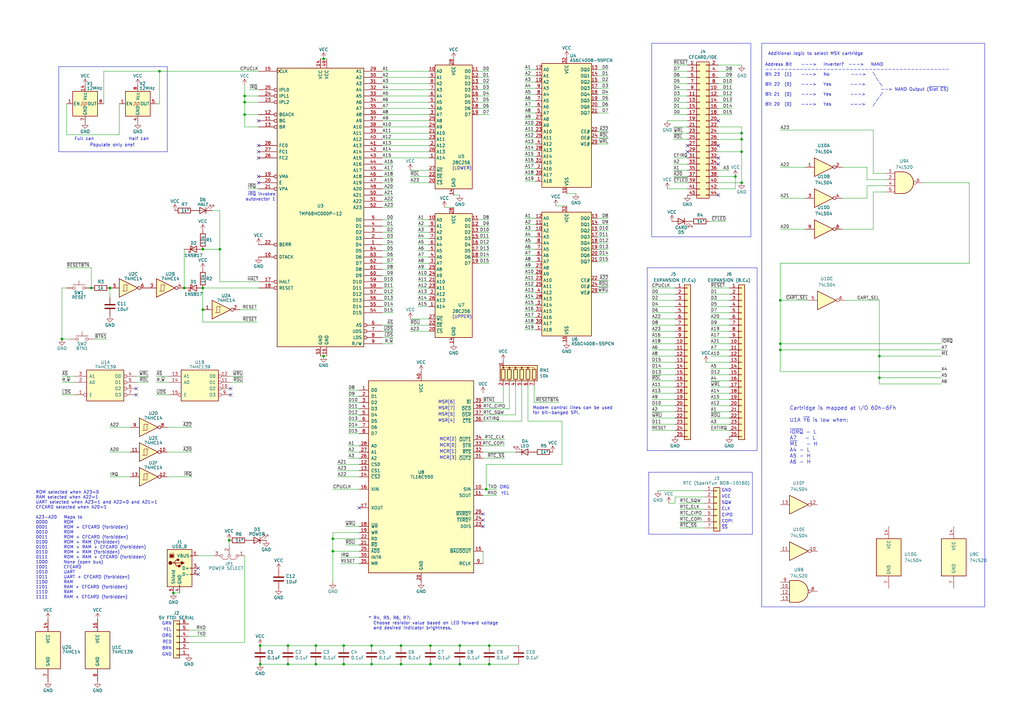
<source format=kicad_sch>
(kicad_sch (version 20230121) (generator eeschema)
  (paper "A3")
  (title_block (title "68k nano single board computer") (date "2020-06-24") (rev "1") (company "Matt Sarnoff (msarnoff.org)"))
  (junction (at 320.04 140.97))
  (junction (at 200.66 272.415))
  (junction (at 200.66 264.795))
  (junction (at 152.4 264.795))
  (junction (at 301.625 72.39))
  (junction (at 188.595 272.415))
  (junction (at 132.715 146.05))
  (junction (at 164.465 272.415))
  (junction (at 320.04 143.51))
  (junction (at 320.04 123.19))
  (junction (at 164.465 264.795))
  (junction (at 90.17 102.235))
  (junction (at 140.97 264.795))
  (junction (at 83.185 102.235))
  (junction (at 118.11 272.415))
  (junction (at 65.405 29.21))
  (junction (at 304.165 74.93))
  (junction (at 129.54 264.795))
  (junction (at 360.68 154.94))
  (junction (at 176.53 272.415))
  (junction (at 83.185 118.11))
  (junction (at 136.525 220.98))
  (junction (at 71.12 243.205))
  (junction (at 25.4 139.065))
  (junction (at 37.465 118.11))
  (junction (at 93.98 221.615))
  (junction (at 45.085 118.11))
  (junction (at 100.33 39.37))
  (junction (at 199.39 200.66))
  (junction (at 106.68 264.795))
  (junction (at 304.165 54.61))
  (junction (at 132.715 24.13))
  (junction (at 140.97 272.415))
  (junction (at 304.165 62.23))
  (junction (at 360.68 146.05))
  (junction (at 188.595 264.795))
  (junction (at 75.565 118.11))
  (junction (at 176.53 264.795))
  (junction (at 152.4 272.415))
  (junction (at 118.11 264.795))
  (junction (at 129.54 272.415))
  (junction (at 100.33 46.99))
  (junction (at 136.525 226.06))
  (junction (at 304.165 57.15))
  (junction (at 83.185 127))
  (junction (at 106.68 272.415))
  (junction (at 100.33 41.91))
  (no_connect (at 147.32 208.28))
  (no_connect (at 198.12 213.36))
  (no_connect (at 281.94 62.23))
  (no_connect (at 294.64 67.31))
  (no_connect (at 106.045 62.23))
  (no_connect (at 94.615 159.385))
  (no_connect (at 294.64 59.69))
  (no_connect (at 281.94 59.69))
  (no_connect (at 106.045 72.39))
  (no_connect (at 55.88 159.385))
  (no_connect (at 81.28 235.585))
  (no_connect (at 294.64 64.77))
  (no_connect (at 294.64 80.01))
  (no_connect (at 106.045 74.93))
  (no_connect (at 55.88 161.925))
  (no_connect (at 198.12 210.82))
  (no_connect (at 106.045 64.77))
  (no_connect (at 94.615 161.925))
  (no_connect (at 294.64 49.53))
  (no_connect (at 198.12 215.9))
  (no_connect (at 106.045 49.53))
  (no_connect (at 81.28 233.045))
  (no_connect (at 106.045 59.69))
  (wire (pts (xy 102.235 36.83) (xy 106.045 36.83)))
  (wire (pts (xy 147.32 195.58) (xy 138.43 195.58)))
  (wire (pts (xy 219.71 135.255) (xy 215.265 135.255)))
  (wire (pts (xy 267.335 173.99) (xy 276.86 173.99)))
  (wire (pts (xy 281.94 26.67) (xy 276.225 26.67)))
  (wire (pts (xy 156.845 118.11) (xy 161.29 118.11)))
  (wire (pts (xy 249.555 53.975) (xy 245.11 53.975)))
  (wire (pts (xy 196.215 92.71) (xy 200.66 92.71)))
  (wire (pts (xy 360.68 146.05) (xy 386.08 146.05)))
  (wire (pts (xy 230.505 172.72) (xy 216.535 172.72)))
  (wire (pts (xy 30.48 154.305) (xy 25.4 154.305)))
  (wire (pts (xy 106.045 52.07) (xy 100.33 52.07)))
  (wire (pts (xy 288.925 203.835) (xy 276.86 203.835)))
  (wire (pts (xy 198.12 180.34) (xy 207.01 180.34)))
  (wire (pts (xy 90.17 102.235) (xy 83.185 102.235)))
  (polyline (pts (xy 267.335 97.155) (xy 267.335 17.78)))
  (wire (pts (xy 196.215 90.17) (xy 200.66 90.17)))
  (wire (pts (xy 64.135 42.545) (xy 65.405 42.545)))
  (wire (pts (xy 175.895 120.65) (xy 171.45 120.65)))
  (wire (pts (xy 358.14 93.98) (xy 358.14 78.74)))
  (wire (pts (xy 219.71 41.275) (xy 215.265 41.275)))
  (wire (pts (xy 219.71 114.935) (xy 215.265 114.935)))
  (wire (pts (xy 219.71 89.535) (xy 215.265 89.535)))
  (wire (pts (xy 147.32 200.66) (xy 136.525 200.66)))
  (wire (pts (xy 156.845 49.53) (xy 175.895 49.53)))
  (polyline (pts (xy 265.43 184.785) (xy 265.43 109.855)))
  (wire (pts (xy 175.895 125.73) (xy 171.45 125.73)))
  (wire (pts (xy 245.11 97.155) (xy 249.555 97.155)))
  (wire (pts (xy 276.86 158.75) (xy 267.335 158.75)))
  (wire (pts (xy 219.71 38.735) (xy 215.265 38.735)))
  (wire (pts (xy 299.085 176.53) (xy 291.465 176.53)))
  (wire (pts (xy 198.12 226.06) (xy 198.12 231.14)))
  (wire (pts (xy 219.71 94.615) (xy 215.265 94.615)))
  (wire (pts (xy 147.32 193.04) (xy 138.43 193.04)))
  (wire (pts (xy 281.94 34.29) (xy 276.225 34.29)))
  (wire (pts (xy 219.71 28.575) (xy 215.265 28.575)))
  (wire (pts (xy 299.085 168.91) (xy 291.465 168.91)))
  (wire (pts (xy 106.045 46.99) (xy 100.33 46.99)))
  (wire (pts (xy 355.6 81.28) (xy 355.6 76.2)))
  (wire (pts (xy 176.53 264.795) (xy 164.465 264.795)))
  (wire (pts (xy 175.895 107.95) (xy 171.45 107.95)))
  (wire (pts (xy 299.085 138.43) (xy 291.465 138.43)))
  (wire (pts (xy 281.94 77.47) (xy 273.685 77.47)))
  (wire (pts (xy 175.895 118.11) (xy 171.45 118.11)))
  (wire (pts (xy 55.88 156.845) (xy 60.96 156.845)))
  (wire (pts (xy 230.505 190.5) (xy 230.505 172.72)))
  (wire (pts (xy 42.545 42.545) (xy 42.545 29.21)))
  (wire (pts (xy 288.925 206.375) (xy 278.765 206.375)))
  (wire (pts (xy 156.845 120.65) (xy 161.29 120.65)))
  (wire (pts (xy 175.895 59.69) (xy 156.845 59.69)))
  (wire (pts (xy 276.86 206.375) (xy 274.32 206.375)))
  (wire (pts (xy 320.04 81.28) (xy 330.2 81.28)))
  (wire (pts (xy 71.12 243.205) (xy 73.66 243.205)))
  (wire (pts (xy 81.28 227.965) (xy 87.63 227.965)))
  (wire (pts (xy 219.71 122.555) (xy 215.265 122.555)))
  (wire (pts (xy 208.915 158.115) (xy 208.915 167.64)))
  (wire (pts (xy 77.47 263.525) (xy 100.33 263.525)))
  (wire (pts (xy 198.12 182.88) (xy 207.01 182.88)))
  (wire (pts (xy 281.94 36.83) (xy 276.225 36.83)))
  (polyline (pts (xy 266.065 193.675) (xy 308.61 193.675)))
  (wire (pts (xy 90.17 86.36) (xy 90.17 102.235)))
  (wire (pts (xy 212.725 272.415) (xy 200.66 272.415)))
  (wire (pts (xy 132.715 24.13) (xy 131.445 24.13)))
  (wire (pts (xy 299.085 135.89) (xy 291.465 135.89)))
  (wire (pts (xy 133.985 146.05) (xy 132.715 146.05)))
  (wire (pts (xy 100.33 34.925) (xy 100.33 39.37)))
  (wire (pts (xy 360.68 157.48) (xy 386.08 157.48)))
  (wire (pts (xy 198.12 203.2) (xy 203.835 203.2)))
  (wire (pts (xy 147.32 175.26) (xy 142.875 175.26)))
  (wire (pts (xy 196.215 39.37) (xy 200.66 39.37)))
  (wire (pts (xy 299.085 173.99) (xy 291.465 173.99)))
  (wire (pts (xy 198.12 187.96) (xy 207.01 187.96)))
  (wire (pts (xy 276.86 203.835) (xy 276.86 206.375)))
  (wire (pts (xy 299.085 171.45) (xy 291.465 171.45)))
  (wire (pts (xy 156.845 135.89) (xy 161.29 135.89)))
  (wire (pts (xy 175.895 95.25) (xy 171.45 95.25)))
  (wire (pts (xy 156.845 29.21) (xy 175.895 29.21)))
  (wire (pts (xy 245.11 36.195) (xy 249.555 36.195)))
  (wire (pts (xy 245.11 28.575) (xy 249.555 28.575)))
  (wire (pts (xy 281.94 52.07) (xy 276.225 52.07)))
  (wire (pts (xy 156.845 107.95) (xy 161.29 107.95)))
  (wire (pts (xy 219.71 102.235) (xy 215.265 102.235)))
  (wire (pts (xy 281.94 31.75) (xy 276.225 31.75)))
  (wire (pts (xy 100.33 41.91) (xy 100.33 39.37)))
  (wire (pts (xy 219.71 69.215) (xy 215.265 69.215)))
  (wire (pts (xy 355.6 73.66) (xy 363.22 73.66)))
  (wire (pts (xy 276.86 125.73) (xy 267.335 125.73)))
  (wire (pts (xy 69.215 161.925) (xy 64.135 161.925)))
  (wire (pts (xy 196.215 95.25) (xy 200.66 95.25)))
  (wire (pts (xy 276.86 130.81) (xy 267.335 130.81)))
  (wire (pts (xy 245.11 56.515) (xy 249.555 56.515)))
  (wire (pts (xy 147.32 218.44) (xy 136.525 218.44)))
  (wire (pts (xy 299.085 153.67) (xy 291.465 153.67)))
  (wire (pts (xy 100.33 263.525) (xy 100.33 227.965)))
  (wire (pts (xy 281.94 67.31) (xy 276.225 67.31)))
  (wire (pts (xy 147.32 220.98) (xy 136.525 220.98)))
  (wire (pts (xy 345.44 68.58) (xy 355.6 68.58)))
  (wire (pts (xy 156.845 39.37) (xy 175.895 39.37)))
  (wire (pts (xy 281.94 74.93) (xy 276.225 74.93)))
  (wire (pts (xy 219.71 61.595) (xy 215.265 61.595)))
  (wire (pts (xy 281.94 46.99) (xy 276.225 46.99)))
  (wire (pts (xy 98.425 127) (xy 105.41 127)))
  (wire (pts (xy 219.71 36.195) (xy 215.265 36.195)))
  (wire (pts (xy 294.64 62.23) (xy 304.165 62.23)))
  (polyline (pts (xy 310.515 109.855) (xy 310.515 184.785)))
  (wire (pts (xy 156.845 105.41) (xy 161.29 105.41)))
  (wire (pts (xy 299.085 123.19) (xy 291.465 123.19)))
  (wire (pts (xy 133.985 24.13) (xy 132.715 24.13)))
  (wire (pts (xy 69.215 154.305) (xy 64.135 154.305)))
  (wire (pts (xy 294.64 74.93) (xy 304.165 74.93)))
  (wire (pts (xy 276.86 156.21) (xy 267.335 156.21)))
  (wire (pts (xy 276.86 123.19) (xy 267.335 123.19)))
  (wire (pts (xy 152.4 264.795) (xy 140.97 264.795)))
  (wire (pts (xy 156.845 90.17) (xy 161.29 90.17)))
  (wire (pts (xy 106.68 264.795) (xy 118.11 264.795)))
  (wire (pts (xy 199.39 200.66) (xy 199.39 190.5)))
  (polyline (pts (xy 310.515 184.785) (xy 265.43 184.785)))
  (wire (pts (xy 245.11 120.015) (xy 249.555 120.015)))
  (wire (pts (xy 219.71 125.095) (xy 215.265 125.095)))
  (wire (pts (xy 397.51 74.93) (xy 397.51 107.95)))
  (wire (pts (xy 186.055 80.01) (xy 188.595 80.01)))
  (wire (pts (xy 290.83 90.805) (xy 297.815 90.805)))
  (wire (pts (xy 30.48 161.925) (xy 25.4 161.925)))
  (wire (pts (xy 276.86 143.51) (xy 267.335 143.51)))
  (wire (pts (xy 294.64 29.21) (xy 300.355 29.21)))
  (wire (pts (xy 219.71 74.295) (xy 215.265 74.295)))
  (polyline (pts (xy 307.975 17.78) (xy 307.975 97.155)))
  (wire (pts (xy 397.51 107.95) (xy 320.04 107.95)))
  (wire (pts (xy 147.32 165.1) (xy 142.875 165.1)))
  (wire (pts (xy 42.545 29.21) (xy 65.405 29.21)))
  (wire (pts (xy 175.895 113.03) (xy 171.45 113.03)))
  (wire (pts (xy 147.32 215.9) (xy 141.605 215.9)))
  (wire (pts (xy 281.94 57.15) (xy 276.225 57.15)))
  (wire (pts (xy 196.215 34.29) (xy 200.66 34.29)))
  (wire (pts (xy 175.895 54.61) (xy 156.845 54.61)))
  (wire (pts (xy 131.445 146.05) (xy 132.715 146.05)))
  (wire (pts (xy 299.085 118.11) (xy 291.465 118.11)))
  (wire (pts (xy 320.04 140.97) (xy 386.08 140.97)))
  (wire (pts (xy 199.39 190.5) (xy 230.505 190.5)))
  (wire (pts (xy 196.215 105.41) (xy 200.66 105.41)))
  (wire (pts (xy 175.895 110.49) (xy 171.45 110.49)))
  (wire (pts (xy 299.085 143.51) (xy 291.465 143.51)))
  (wire (pts (xy 320.04 123.19) (xy 331.47 123.19)))
  (wire (pts (xy 276.86 140.97) (xy 267.335 140.97)))
  (wire (pts (xy 196.215 44.45) (xy 200.66 44.45)))
  (wire (pts (xy 276.86 135.89) (xy 267.335 135.89)))
  (wire (pts (xy 304.165 62.23) (xy 304.165 74.93)))
  (wire (pts (xy 320.04 140.97) (xy 320.04 143.51)))
  (wire (pts (xy 156.845 62.23) (xy 175.895 62.23)))
  (wire (pts (xy 100.33 52.07) (xy 100.33 46.99)))
  (wire (pts (xy 276.86 166.37) (xy 267.335 166.37)))
  (wire (pts (xy 219.71 46.355) (xy 215.265 46.355)))
  (wire (pts (xy 196.215 107.95) (xy 200.66 107.95)))
  (wire (pts (xy 147.32 172.72) (xy 142.875 172.72)))
  (wire (pts (xy 48.895 55.245) (xy 27.305 55.245)))
  (wire (pts (xy 219.075 158.115) (xy 219.075 165.1)))
  (wire (pts (xy 196.215 36.83) (xy 200.66 36.83)))
  (wire (pts (xy 294.64 57.15) (xy 304.165 57.15)))
  (wire (pts (xy 320.04 143.51) (xy 320.04 152.4)))
  (polyline (pts (xy 265.43 109.855) (xy 310.515 109.855)))
  (wire (pts (xy 176.53 272.415) (xy 188.595 272.415)))
  (wire (pts (xy 219.71 43.815) (xy 215.265 43.815)))
  (wire (pts (xy 48.895 42.545) (xy 48.895 55.245)))
  (wire (pts (xy 30.48 156.845) (xy 25.4 156.845)))
  (wire (pts (xy 304.165 57.15) (xy 304.165 54.61)))
  (wire (pts (xy 196.215 97.79) (xy 200.66 97.79)))
  (wire (pts (xy 288.925 213.995) (xy 278.765 213.995)))
  (wire (pts (xy 281.94 29.21) (xy 276.225 29.21)))
  (wire (pts (xy 219.71 130.175) (xy 215.265 130.175)))
  (wire (pts (xy 232.41 84.455) (xy 227.965 84.455)))
  (wire (pts (xy 304.165 52.07) (xy 304.165 54.61)))
  (wire (pts (xy 94.615 156.845) (xy 99.695 156.845)))
  (wire (pts (xy 299.085 125.73) (xy 291.465 125.73)))
  (wire (pts (xy 219.71 64.135) (xy 215.265 64.135)))
  (wire (pts (xy 156.845 52.07) (xy 175.895 52.07)))
  (wire (pts (xy 360.68 123.19) (xy 360.68 146.05)))
  (wire (pts (xy 245.11 41.275) (xy 249.555 41.275)))
  (polyline (pts (xy 308.61 193.675) (xy 308.61 219.075)))
  (wire (pts (xy 27.305 118.11) (xy 25.4 118.11)))
  (wire (pts (xy 156.845 92.71) (xy 161.29 92.71)))
  (wire (pts (xy 276.86 118.11) (xy 267.335 118.11)))
  (wire (pts (xy 346.71 123.19) (xy 360.68 123.19)))
  (wire (pts (xy 291.465 158.75) (xy 299.085 158.75)))
  (polyline (pts (xy 24.13 62.23) (xy 68.58 62.23)))
  (wire (pts (xy 106.045 115.57) (xy 90.17 115.57)))
  (wire (pts (xy 106.045 41.91) (xy 100.33 41.91)))
  (wire (pts (xy 156.845 85.09) (xy 161.29 85.09)))
  (wire (pts (xy 358.14 53.34) (xy 358.14 71.12)))
  (wire (pts (xy 245.11 59.055) (xy 249.555 59.055)))
  (wire (pts (xy 83.185 118.11) (xy 106.045 118.11)))
  (wire (pts (xy 147.32 223.52) (xy 141.605 223.52)))
  (wire (pts (xy 299.085 146.05) (xy 291.465 146.05)))
  (wire (pts (xy 168.275 69.85) (xy 175.895 69.85)))
  (wire (pts (xy 245.11 31.115) (xy 249.555 31.115)))
  (wire (pts (xy 175.895 92.71) (xy 171.45 92.71)))
  (wire (pts (xy 276.86 128.27) (xy 267.335 128.27)))
  (wire (pts (xy 281.94 69.85) (xy 276.225 69.85)))
  (wire (pts (xy 175.895 115.57) (xy 171.45 115.57)))
  (wire (pts (xy 219.71 120.015) (xy 215.265 120.015)))
  (wire (pts (xy 281.94 49.53) (xy 273.685 49.53)))
  (wire (pts (xy 53.34 175.26) (xy 45.085 175.26)))
  (wire (pts (xy 276.86 161.29) (xy 267.335 161.29)))
  (wire (pts (xy 355.6 76.2) (xy 363.22 76.2)))
  (wire (pts (xy 156.845 44.45) (xy 175.895 44.45)))
  (wire (pts (xy 288.925 216.535) (xy 278.765 216.535)))
  (wire (pts (xy 196.215 29.21) (xy 200.66 29.21)))
  (wire (pts (xy 38.735 139.065) (xy 43.815 139.065)))
  (wire (pts (xy 219.71 107.315) (xy 215.265 107.315)))
  (wire (pts (xy 276.86 120.65) (xy 267.335 120.65)))
  (wire (pts (xy 276.86 151.13) (xy 267.335 151.13)))
  (polyline (pts (xy 307.975 97.155) (xy 267.335 97.155)))
  (wire (pts (xy 188.595 264.795) (xy 176.53 264.795)))
  (wire (pts (xy 299.085 166.37) (xy 291.465 166.37)))
  (wire (pts (xy 68.58 175.26) (xy 78.74 175.26)))
  (wire (pts (xy 156.845 102.87) (xy 161.29 102.87)))
  (wire (pts (xy 37.465 118.11) (xy 37.465 109.855)))
  (wire (pts (xy 320.04 123.19) (xy 320.04 140.97)))
  (wire (pts (xy 198.12 170.18) (xy 211.455 170.18)))
  (wire (pts (xy 100.33 46.99) (xy 100.33 41.91)))
  (wire (pts (xy 281.94 41.91) (xy 276.225 41.91)))
  (wire (pts (xy 156.845 140.97) (xy 161.29 140.97)))
  (wire (pts (xy 294.64 39.37) (xy 300.355 39.37)))
  (wire (pts (xy 118.11 272.415) (xy 106.68 272.415)))
  (wire (pts (xy 213.995 158.115) (xy 213.995 172.72)))
  (wire (pts (xy 294.64 77.47) (xy 301.625 77.47)))
  (wire (pts (xy 320.04 53.34) (xy 358.14 53.34)))
  (wire (pts (xy 175.895 97.79) (xy 171.45 97.79)))
  (wire (pts (xy 175.895 36.83) (xy 156.845 36.83)))
  (wire (pts (xy 294.64 46.99) (xy 300.355 46.99)))
  (wire (pts (xy 294.64 54.61) (xy 304.165 54.61)))
  (wire (pts (xy 188.595 272.415) (xy 200.66 272.415)))
  (wire (pts (xy 129.54 272.415) (xy 118.11 272.415)))
  (wire (pts (xy 196.215 41.91) (xy 200.66 41.91)))
  (wire (pts (xy 136.525 218.44) (xy 136.525 220.98)))
  (wire (pts (xy 65.405 29.21) (xy 106.045 29.21)))
  (wire (pts (xy 276.86 153.67) (xy 267.335 153.67)))
  (wire (pts (xy 294.64 69.85) (xy 299.085 69.85)))
  (wire (pts (xy 175.895 90.17) (xy 171.45 90.17)))
  (wire (pts (xy 299.085 120.65) (xy 291.465 120.65)))
  (polyline (pts (xy 68.58 27.305) (xy 24.13 27.305)))
  (wire (pts (xy 294.64 72.39) (xy 301.625 72.39)))
  (wire (pts (xy 156.845 115.57) (xy 161.29 115.57)))
  (wire (pts (xy 345.44 93.98) (xy 358.14 93.98)))
  (wire (pts (xy 294.64 31.75) (xy 300.355 31.75)))
  (wire (pts (xy 232.41 79.375) (xy 236.22 79.375)))
  (wire (pts (xy 83.185 118.11) (xy 83.185 127)))
  (wire (pts (xy 288.925 201.295) (xy 269.875 201.295)))
  (wire (pts (xy 281.94 72.39) (xy 276.225 72.39)))
  (wire (pts (xy 196.215 102.87) (xy 200.66 102.87)))
  (wire (pts (xy 219.71 92.075) (xy 215.265 92.075)))
  (wire (pts (xy 245.11 46.355) (xy 249.555 46.355)))
  (wire (pts (xy 294.64 36.83) (xy 300.355 36.83)))
  (wire (pts (xy 136.525 220.98) (xy 136.525 226.06)))
  (wire (pts (xy 196.215 31.75) (xy 200.66 31.75)))
  (wire (pts (xy 27.305 55.245) (xy 27.305 42.545)))
  (wire (pts (xy 156.845 100.33) (xy 161.29 100.33)))
  (wire (pts (xy 199.39 200.66) (xy 203.835 200.66)))
  (wire (pts (xy 198.12 165.1) (xy 206.375 165.1)))
  (wire (pts (xy 219.71 59.055) (xy 215.265 59.055)))
  (wire (pts (xy 276.86 168.91) (xy 267.335 168.91)))
  (wire (pts (xy 245.11 117.475) (xy 249.555 117.475)))
  (wire (pts (xy 219.71 97.155) (xy 215.265 97.155)))
  (wire (pts (xy 147.32 231.14) (xy 139.7 231.14)))
  (polyline (pts (xy 308.61 219.075) (xy 266.065 219.075)))
  (polyline (pts (xy 267.335 17.78) (xy 307.975 17.78)))
  (wire (pts (xy 378.46 74.93) (xy 397.51 74.93)))
  (wire (pts (xy 156.845 57.15) (xy 175.895 57.15)))
  (wire (pts (xy 147.32 177.8) (xy 142.875 177.8)))
  (wire (pts (xy 219.71 48.895) (xy 215.265 48.895)))
  (wire (pts (xy 276.86 176.53) (xy 267.335 176.53)))
  (wire (pts (xy 147.32 190.5) (xy 138.43 190.5)))
  (wire (pts (xy 301.625 77.47) (xy 301.625 72.39)))
  (wire (pts (xy 147.32 226.06) (xy 136.525 226.06)))
  (wire (pts (xy 176.53 272.415) (xy 164.465 272.415)))
  (wire (pts (xy 106.045 39.37) (xy 100.33 39.37)))
  (wire (pts (xy 358.14 78.74) (xy 363.22 78.74)))
  (wire (pts (xy 219.71 127.635) (xy 215.265 127.635)))
  (wire (pts (xy 83.185 132.08) (xy 105.41 132.08)))
  (wire (pts (xy 299.085 128.27) (xy 291.465 128.27)))
  (wire (pts (xy 288.925 208.915) (xy 278.765 208.915)))
  (wire (pts (xy 213.995 172.72) (xy 198.12 172.72)))
  (wire (pts (xy 175.895 123.19) (xy 171.45 123.19)))
  (wire (pts (xy 219.71 53.975) (xy 215.265 53.975)))
  (wire (pts (xy 156.845 123.19) (xy 161.29 123.19)))
  (wire (pts (xy 196.215 46.99) (xy 200.66 46.99)))
  (wire (pts (xy 212.725 264.795) (xy 200.66 264.795)))
  (wire (pts (xy 299.085 140.97) (xy 291.465 140.97)))
  (wire (pts (xy 147.32 182.88) (xy 142.875 182.88)))
  (wire (pts (xy 77.47 258.445) (xy 84.455 258.445)))
  (wire (pts (xy 55.88 154.305) (xy 60.96 154.305)))
  (wire (pts (xy 156.845 34.29) (xy 175.895 34.29)))
  (wire (pts (xy 219.71 51.435) (xy 215.265 51.435)))
  (wire (pts (xy 175.895 105.41) (xy 171.45 105.41)))
  (wire (pts (xy 245.11 107.315) (xy 249.555 107.315)))
  (wire (pts (xy 156.845 125.73) (xy 161.29 125.73)))
  (wire (pts (xy 245.11 33.655) (xy 249.555 33.655)))
  (wire (pts (xy 156.845 72.39) (xy 161.29 72.39)))
  (wire (pts (xy 156.845 82.55) (xy 161.29 82.55)))
  (polyline (pts (xy 266.065 219.075) (xy 266.065 193.675)))
  (wire (pts (xy 299.085 130.81) (xy 291.465 130.81)))
  (wire (pts (xy 245.11 94.615) (xy 249.555 94.615)))
  (wire (pts (xy 219.71 117.475) (xy 215.265 117.475)))
  (wire (pts (xy 198.12 185.42) (xy 211.455 185.42)))
  (wire (pts (xy 320.04 107.95) (xy 320.04 123.19)))
  (wire (pts (xy 276.86 163.83) (xy 267.335 163.83)))
  (wire (pts (xy 245.11 102.235) (xy 249.555 102.235)))
  (wire (pts (xy 86.995 86.36) (xy 90.17 86.36)))
  (wire (pts (xy 106.045 77.47) (xy 101.6 77.47)))
  (wire (pts (xy 299.085 161.29) (xy 291.465 161.29)))
  (wire (pts (xy 175.895 72.39) (xy 168.275 72.39)))
  (wire (pts (xy 320.04 68.58) (xy 330.2 68.58)))
  (wire (pts (xy 281.94 54.61) (xy 276.225 54.61)))
  (wire (pts (xy 245.11 38.735) (xy 249.555 38.735)))
  (wire (pts (xy 156.845 31.75) (xy 175.895 31.75)))
  (wire (pts (xy 147.32 170.18) (xy 142.875 170.18)))
  (wire (pts (xy 281.94 64.77) (xy 276.225 64.77)))
  (wire (pts (xy 25.4 118.11) (xy 25.4 139.065)))
  (wire (pts (xy 219.71 31.115) (xy 215.265 31.115)))
  (wire (pts (xy 276.86 138.43) (xy 267.335 138.43)))
  (wire (pts (xy 182.245 85.09) (xy 186.055 85.09)))
  (wire (pts (xy 219.71 109.855) (xy 215.265 109.855)))
  (wire (pts (xy 245.11 43.815) (xy 249.555 43.815)))
  (wire (pts (xy 245.11 114.935) (xy 249.555 114.935)))
  (wire (pts (xy 360.68 154.94) (xy 360.68 157.48)))
  (wire (pts (xy 175.895 41.91) (xy 156.845 41.91)))
  (wire (pts (xy 198.12 167.64) (xy 208.915 167.64)))
  (wire (pts (xy 320.04 152.4) (xy 386.08 152.4)))
  (wire (pts (xy 53.34 195.58) (xy 45.085 195.58)))
  (wire (pts (xy 219.71 112.395) (xy 215.265 112.395)))
  (wire (pts (xy 281.94 44.45) (xy 276.225 44.45)))
  (wire (pts (xy 355.6 68.58) (xy 355.6 73.66)))
  (wire (pts (xy 140.97 272.415) (xy 129.54 272.415)))
  (wire (pts (xy 175.895 133.35) (xy 168.275 133.35)))
  (wire (pts (xy 299.085 148.59) (xy 289.56 148.59)))
  (polyline (pts (xy 68.58 62.23) (xy 68.58 27.305)))
  (wire (pts (xy 188.595 264.795) (xy 200.66 264.795)))
  (wire (pts (xy 219.71 104.775) (xy 215.265 104.775)))
  (wire (pts (xy 156.845 95.25) (xy 161.29 95.25)))
  (wire (pts (xy 94.615 154.305) (xy 99.695 154.305)))
  (wire (pts (xy 69.215 156.845) (xy 64.135 156.845)))
  (wire (pts (xy 147.32 228.6) (xy 139.7 228.6)))
  (wire (pts (xy 196.215 100.33) (xy 200.66 100.33)))
  (wire (pts (xy 175.895 46.99) (xy 156.845 46.99)))
  (wire (pts (xy 118.11 264.795) (xy 129.54 264.795)))
  (wire (pts (xy 294.64 44.45) (xy 300.355 44.45)))
  (wire (pts (xy 320.04 143.51) (xy 386.08 143.51)))
  (wire (pts (xy 219.71 132.715) (xy 215.265 132.715)))
  (wire (pts (xy 245.11 99.695) (xy 249.555 99.695)))
  (wire (pts (xy 147.32 167.64) (xy 142.875 167.64)))
  (wire (pts (xy 245.11 89.535) (xy 249.555 89.535)))
  (wire (pts (xy 68.58 185.42) (xy 78.74 185.42)))
  (wire (pts (xy 156.845 77.47) (xy 161.29 77.47)))
  (wire (pts (xy 276.86 133.35) (xy 267.335 133.35)))
  (wire (pts (xy 37.465 109.855) (xy 27.305 109.855)))
  (wire (pts (xy 276.86 146.05) (xy 267.335 146.05)))
  (wire (pts (xy 156.845 128.27) (xy 161.29 128.27)))
  (wire (pts (xy 294.64 52.07) (xy 304.165 52.07)))
  (wire (pts (xy 156.845 80.01) (xy 161.29 80.01)))
  (wire (pts (xy 198.12 200.66) (xy 199.39 200.66)))
  (wire (pts (xy 175.895 64.77) (xy 156.845 64.77)))
  (wire (pts (xy 219.71 71.755) (xy 215.265 71.755)))
  (wire (pts (xy 219.71 99.695) (xy 215.265 99.695)))
  (wire (pts (xy 175.895 102.87) (xy 171.45 102.87)))
  (wire (pts (xy 93.98 221.615) (xy 93.98 224.155)))
  (wire (pts (xy 245.11 92.075) (xy 249.555 92.075)))
  (wire (pts (xy 83.185 127) (xy 83.185 132.08)))
  (wire (pts (xy 294.64 41.91) (xy 300.355 41.91)))
  (wire (pts (xy 276.86 148.59) (xy 267.335 148.59)))
  (wire (pts (xy 156.845 97.79) (xy 161.29 97.79)))
  (wire (pts (xy 156.845 110.49) (xy 161.29 110.49)))
  (wire (pts (xy 140.97 272.415) (xy 152.4 272.415)))
  (wire (pts (xy 136.525 226.06) (xy 136.525 238.76)))
  (wire (pts (xy 245.11 104.775) (xy 249.555 104.775)))
  (wire (pts (xy 147.32 162.56) (xy 142.875 162.56)))
  (wire (pts (xy 206.375 165.1) (xy 206.375 158.115)))
  (wire (pts (xy 288.925 211.455) (xy 278.765 211.455)))
  (wire (pts (xy 28.575 139.065) (xy 25.4 139.065)))
  (wire (pts (xy 299.085 133.35) (xy 291.465 133.35)))
  (wire (pts (xy 140.97 264.795) (xy 129.54 264.795)))
  (wire (pts (xy 360.68 146.05) (xy 360.68 154.94)))
  (wire (pts (xy 345.44 81.28) (xy 355.6 81.28)))
  (wire (pts (xy 77.47 260.985) (xy 84.455 260.985)))
  (wire (pts (xy 90.17 115.57) (xy 90.17 102.235)))
  (wire (pts (xy 175.895 74.93) (xy 168.275 74.93)))
  (wire (pts (xy 75.565 102.235) (xy 75.565 118.11)))
  (wire (pts (xy 45.085 121.92) (xy 45.085 118.11)))
  (polyline (pts (xy 24.13 27.305) (xy 24.13 62.23)))
  (wire (pts (xy 219.075 165.1) (xy 229.235 165.1)))
  (wire (pts (xy 147.32 160.02) (xy 142.875 160.02)))
  (wire (pts (xy 156.845 67.31) (xy 161.29 67.31)))
  (wire (pts (xy 358.14 71.12) (xy 363.22 71.12)))
  (wire (pts (xy 360.68 154.94) (xy 386.08 154.94)))
  (wire (pts (xy 299.085 163.83) (xy 291.465 163.83)))
  (wire (pts (xy 65.405 42.545) (xy 65.405 29.21)))
  (wire (pts (xy 168.275 130.81) (xy 175.895 130.81)))
  (wire (pts (xy 152.4 264.795) (xy 164.465 264.795)))
  (wire (pts (xy 147.32 187.96) (xy 142.875 187.96)))
  (wire (pts (xy 211.455 170.18) (xy 211.455 158.115)))
  (wire (pts (xy 53.34 185.42) (xy 45.085 185.42)))
  (wire (pts (xy 299.085 156.21) (xy 291.465 156.21)))
  (wire (pts (xy 294.64 26.67) (xy 304.165 26.67)))
  (wire (pts (xy 291.465 151.13) (xy 299.085 151.13)))
  (wire (pts (xy 156.845 133.35) (xy 161.29 133.35)))
  (wire (pts (xy 175.895 135.89) (xy 168.275 135.89)))
  (wire (pts (xy 294.64 34.29) (xy 300.355 34.29)))
  (wire (pts (xy 219.71 66.675) (xy 215.265 66.675)))
  (wire (pts (xy 156.845 69.85) (xy 161.29 69.85)))
  (wire (pts (xy 68.58 195.58) (xy 78.74 195.58)))
  (wire (pts (xy 281.94 39.37) (xy 276.225 39.37)))
  (wire (pts (xy 164.465 272.415) (xy 152.4 272.415)))
  (wire (pts (xy 219.71 56.515) (xy 215.265 56.515)))
  (wire (pts (xy 156.845 113.03) (xy 161.29 113.03)))
  (wire (pts (xy 320.04 93.98) (xy 330.2 93.98)))
  (wire (pts (xy 156.845 74.93) (xy 161.29 74.93)))
  (wire (pts (xy 216.535 172.72) (xy 216.535 158.115)))
  (wire (pts (xy 156.845 138.43) (xy 161.29 138.43)))
  (wire (pts (xy 219.71 33.655) (xy 215.265 33.655)))
  (wire (pts (xy 304.165 57.15) (xy 304.165 62.23)))
  (wire (pts (xy 175.895 100.33) (xy 171.45 100.33)))
  (wire (pts (xy 147.32 185.42) (xy 142.875 185.42)))
  (wire (pts (xy 276.86 171.45) (xy 267.335 171.45)))
  (rectangle (start 312.42 17.78) (end 403.86 248.92))
  (text "MCR[1]" (at 187.325 186.055 0) (effects (font (size 1.27 1.27)) (justify right bottom)))
  (text "MSR[6]" (at 186.69 165.735 0) (effects (font (size 1.27 1.27)) (justify right bottom)))
  (text "COPI" (at 295.91 214.63 0) (effects (font (size 1.27 1.27)) (justify left bottom)))
  (text "VCC" (at 295.91 204.47 0) (effects (font (size 1.27 1.27)) (justify left bottom)))
  (text "ORG" (at 70.485 261.62 0) (effects (font (size 1.27 1.27)) (justify right bottom)))
  (text "A23-A20\n0000\n0001\n0010\n0011\n0100\n0101\n0110\n0111\n1000\n1001\n1010\n1011\n1100\n1101\n1110\n1111" (at 14.605 245.745 0) (effects (font (size 1.27 1.27)) (justify left bottom)))
  (text "ORG" (at 208.915 200.66 0) (effects (font (size 1.27 1.27)) (justify right bottom)))
  (text "MCR[2]" (at 187.325 180.975 0) (effects (font (size 1.27 1.27)) (justify right bottom)))
  (text "BRN" (at 70.485 266.7 0) (effects (font (size 1.27 1.27)) (justify right bottom)))
  (text "CLK" (at 295.91 209.55 0) (effects (font (size 1.27 1.27)) (justify left bottom)))
  (text "GND" (at 70.485 269.24 0) (effects (font (size 1.27 1.27)) (justify right bottom)))
  (text "(LOWER)" (at 185.42 69.85 0) (effects (font (size 1.27 1.27)) (justify left bottom)))
  (text "Full can" (at 30.48 57.785 0) (effects (font (size 1.27 1.27)) (justify left bottom)))
  (text "    Address Bit    --->   Inverter?  --->   NAND\n    ------------------------------------------------\n    Bit 23  (1)    --->   No         --->   \\\n                                                   \\\n    Bit 22  (0)    --->   Yes        --->      \\\n                                                     --> NAND Output (~{Slot CS})\n    Bit 21  (0)    --->   Yes        --->      /\n                                                   /\n    Bit 20  (0)    --->   Yes        --->   /\n\n" (at 309.88 45.72 0) (effects (font (size 1.27 1.27)) (justify left bottom)))
  (text "GND" (at 295.91 201.93 0) (effects (font (size 1.27 1.27)) (justify left bottom)))
  (text "Half can" (at 52.705 57.785 0) (effects (font (size 1.27 1.27)) (justify left bottom)))
  (text "YEL" (at 70.485 259.08 0) (effects (font (size 1.27 1.27)) (justify right bottom)))
  (text "MSR[5]" (at 186.69 170.815 0) (effects (font (size 1.27 1.27)) (justify right bottom)))
  (text "~{SS}" (at 295.91 217.17 0) (effects (font (size 1.27 1.27)) (justify left bottom)))
  (text "Additional logic to select MSX cartridge" (at 314.96 22.86 0) (effects (font (size 1.27 1.27)) (justify left bottom)))
  (text "Modem control lines can be used\nfor bit-banged SPI." (at 218.44 170.18 0) (effects (font (size 1.27 1.27)) (justify left bottom)))
  (text "Maps to\nROM\nROM + CFCARD (forbidden)\nROM\nROM + CFCARD (forbidden)\nROM + RAM (forbidden)\nROM + RAM + CFCARD (forbidden)\nROM + RAM (forbidden)\nROM + RAM + CFCARD (forbidden)\nNone (open bus)\nCFCARD\nUART\nUART + CFCARD (forbidden)\nRAM\nRAM + CFCARD (forbidden)\nRAM\nRAM + CFCARD (forbidden)" (at 26.035 245.745 0) (effects (font (size 1.27 1.27)) (justify left bottom)))
  (text "Populate only one!" (at 36.83 60.325 0) (effects (font (size 1.27 1.27)) (justify left bottom)))
  (text "GRN" (at 70.485 256.54 0) (effects (font (size 1.27 1.27)) (justify right bottom)))
  (text "Cartridge is mapped at I/O 60h-6Fh\n\nU1A ~{Y6} is low when:\n\n~{IORQ} - L\nA7   - L\n~{M1}   - H\nA4 - L\nA5 - H\nA6 - H\n" (at 323.85 190.5 0) (effects (font (size 1.524 1.524)) (justify left bottom)))
  (text "(UPPER)" (at 185.42 130.81 0) (effects (font (size 1.27 1.27)) (justify left bottom)))
  (text "ROM selected when A23=0\nRAM selected when A22=1\nUART selected when A23=1 and A22=0 and A21=1\nCFCARD selected when A20=1" (at 14.605 208.915 0) (effects (font (size 1.27 1.27)) (justify left bottom)))
  (text "MCR[3]" (at 187.325 188.595 0) (effects (font (size 1.27 1.27)) (justify right bottom)))
  (text "* R4, R5, R6, R7: \n  Choose resistor value based on LED forward voltage\n  and desired indicator brightness." (at 151.13 258.445 0) (effects (font (size 1.27 1.27)) (justify left bottom)))
  (text "CIPO" (at 295.91 212.09 0) (effects (font (size 1.27 1.27)) (justify left bottom)))
  (text "MSR[4]" (at 186.69 173.355 0) (effects (font (size 1.27 1.27)) (justify right bottom)))
  (text "MSR[7]" (at 186.69 168.275 0) (effects (font (size 1.27 1.27)) (justify right bottom)))
  (text "RED" (at 70.485 264.16 0) (effects (font (size 1.27 1.27)) (justify right bottom)))
  (text "MCR[0]" (at 187.325 183.515 0) (effects (font (size 1.27 1.27)) (justify right bottom)))
  (text "SQW" (at 295.91 207.01 0) (effects (font (size 1.27 1.27)) (justify left bottom)))
  (text "~{IRQ} invokes\nautovector 1" (at 113.03 82.55 0) (effects (font (size 1.27 1.27)) (justify right bottom)))
  (text "YEL" (at 208.915 203.2 0) (effects (font (size 1.27 1.27)) (justify right bottom)))
  (label "A7" (at 215.265 43.815 0))
  (label "D9" (at 300.355 31.75 180))
  (label "D15" (at 249.555 107.315 180))
  (label "R,~{W}" (at 161.29 140.97 180))
  (label "~{RTC_SS}" (at 278.765 216.535 0))
  (label "D13" (at 161.29 123.19 180))
  (label "A12" (at 291.465 166.37 0))
  (label "~{RDL}" (at 276.225 57.15 0))
  (label "~{A20}" (at 276.225 72.39 0))
  (label "R,~{W}" (at 25.4 156.845 0))
  (label "A6" (at 386.08 157.48 0))
  (label "A7" (at 386.08 143.51 0))
  (label "D5" (at 249.555 41.275 180))
  (label "D6" (at 249.555 43.815 180))
  (label "A10" (at 291.465 146.05 0))
  (label "A23" (at 168.275 135.89 0))
  (label "A15" (at 215.265 64.135 0))
  (label "D1" (at 276.225 44.45 0))
  (label "CPUCLK" (at 106.045 29.21 180))
  (label "A5" (at 215.265 99.695 0))
  (label "A5" (at 156.845 39.37 0))
  (label "~{IRQ}" (at 101.6 77.47 0))
  (label "A17" (at 291.465 138.43 0))
  (label "A18" (at 267.335 140.97 0))
  (label "D2" (at 267.335 123.19 0))
  (label "A22" (at 138.43 195.58 0))
  (label "A21" (at 291.465 140.97 0))
  (label "~{AS}" (at 25.4 154.305 0))
  (label "D0" (at 161.29 90.17 180))
  (label "D13" (at 200.66 102.87 180))
  (label "A21" (at 161.29 80.01 180))
  (label "~{BTN1}" (at 43.815 139.065 180))
  (label "A22" (at 161.29 82.55 180))
  (label "A1" (at 276.225 69.85 0))
  (label "~{RDU}" (at 141.605 223.52 0))
  (label "CFIRQ" (at 276.225 64.77 0))
  (label "D10" (at 249.555 94.615 180))
  (label "~{RESET}" (at 276.225 26.67 0))
  (label "A11" (at 156.845 54.61 0))
  (label "A4" (at 291.465 156.21 0))
  (label "A18" (at 215.265 132.715 0))
  (label "A20" (at 161.29 77.47 180))
  (label "D9" (at 161.29 113.03 180))
  (label "A5" (at 291.465 151.13 0))
  (label "D4" (at 267.335 125.73 0))
  (label "D14" (at 267.335 151.13 0))
  (label "D10" (at 300.355 34.29 180))
  (label "A14" (at 215.265 61.595 0))
  (label "A20" (at 291.465 130.81 0))
  (label "A12" (at 156.845 57.15 0))
  (label "D2" (at 249.555 33.655 180))
  (label "TXD" (at 203.835 200.66 180))
  (label "~{A22}" (at 78.74 175.26 180))
  (label "~{WRU}" (at 141.605 215.9 0))
  (label "~{WRU}" (at 249.555 120.015 180))
  (label "A19" (at 161.29 74.93 180))
  (label "A3" (at 142.875 187.96 0))
  (label "D6" (at 200.66 44.45 180))
  (label "~{RESET}" (at 105.41 132.08 180))
  (label "EXTIRQ" (at 291.465 176.53 0))
  (label "D7" (at 161.29 107.95 180))
  (label "A4" (at 156.845 36.83 0))
  (label "D0" (at 200.66 29.21 180))
  (label "A12" (at 171.45 118.11 0))
  (label "A9" (at 156.845 49.53 0))
  (label "A3" (at 215.265 94.615 0))
  (label "D3" (at 276.225 39.37 0))
  (label "~{A22}" (at 249.555 53.975 180))
  (label "~{RDU}" (at 99.695 156.845 180))
  (label "A17" (at 215.265 130.175 0))
  (label "D2" (at 161.29 95.25 180))
  (label "D11" (at 267.335 173.99 0))
  (label "D12" (at 249.555 99.695 180))
  (label "A16" (at 215.265 127.635 0))
  (label "D15" (at 142.875 177.8 0))
  (label "A1" (at 291.465 168.91 0))
  (label "D9" (at 291.465 133.35 0))
  (label "D12" (at 291.465 153.67 0))
  (label "RESET" (at 267.335 176.53 0))
  (label "A16" (at 215.265 66.675 0))
  (label "D3" (at 200.66 36.83 180))
  (label "A23" (at 267.335 135.89 0))
  (label "D7" (at 200.66 46.99 180))
  (label "D5" (at 276.225 34.29 0))
  (label "A20" (at 320.04 93.98 0))
  (label "A9" (at 267.335 163.83 0))
  (label "A23" (at 320.04 53.34 0))
  (label "D14" (at 142.875 175.26 0))
  (label "A15" (at 156.845 64.77 0))
  (label "D6" (at 161.29 105.41 180))
  (label "~{RDU}" (at 249.555 117.475 180))
  (label "D12" (at 300.355 39.37 180))
  (label "A7" (at 215.265 104.775 0))
  (label "D10" (at 142.875 165.1 0))
  (label "A11" (at 267.335 158.75 0))
  (label "D0" (at 267.335 120.65 0))
  (label "IRQ" (at 45.085 195.58 0))
  (label "D8" (at 161.29 110.49 180))
  (label "~{RDL}" (at 249.555 56.515 180))
  (label "D3" (at 161.29 97.79 180))
  (label "RESET" (at 139.7 231.14 0))
  (label "A14" (at 291.465 161.29 0))
  (label "D10" (at 200.66 95.25 180))
  (label "D7" (at 291.465 128.27 0))
  (label "D9" (at 200.66 92.71 180))
  (label "A20" (at 45.085 185.42 0))
  (label "A1" (at 215.265 28.575 0))
  (label "D2" (at 200.66 34.29 180))
  (label "~{RDL}" (at 168.275 72.39 0))
  (label "~{WRU}" (at 99.695 154.305 180))
  (label "~{WRL}" (at 60.96 154.305 180))
  (label "D13" (at 142.875 172.72 0))
  (label "A8" (at 171.45 107.95 0))
  (label "D11" (at 142.875 167.64 0))
  (label "RXD" (at 84.455 258.445 180))
  (label "~{IRQ}" (at 78.74 195.58 180))
  (label "RTC_COPI" (at 207.01 182.88 180))
  (label "D8" (at 200.66 90.17 180))
  (label "~{RESETBTN}" (at 229.235 165.1 180))
  (label "RTC_SQW" (at 198.12 170.18 0))
  (label "D12" (at 142.875 170.18 0))
  (label "A2" (at 267.335 168.91 0))
  (label "A9" (at 171.45 110.49 0))
  (label "D8" (at 300.355 29.21 180))
  (label "D5" (at 200.66 41.91 180))
  (label "A15" (at 215.265 125.095 0))
  (label "A5" (at 171.45 100.33 0))
  (label "D14" (at 200.66 105.41 180))
  (label "CART_SEL" (at 360.68 123.19 180))
  (label "D7" (at 276.225 29.21 0))
  (label "D12" (at 200.66 100.33 180))
  (label "A22" (at 267.335 130.81 0))
  (label "A18" (at 161.29 72.39 180))
  (label "A4" (at 386.08 152.4 0))
  (label "A5" (at 215.265 38.735 0))
  (label "RTC_CIPO" (at 198.12 167.64 0))
  (label "A12" (at 215.265 56.515 0))
  (label "D13" (at 267.335 153.67 0))
  (label "D15" (at 267.335 148.59 0))
  (label "A8" (at 215.265 107.315 0))
  (label "~{RDU}" (at 291.465 171.45 0))
  (label "A10" (at 215.265 51.435 0))
  (label "A6" (at 171.45 102.87 0))
  (label "A7" (at 156.845 44.45 0))
  (label "D15" (at 161.29 128.27 180))
  (label "A23" (at 168.275 74.93 0))
  (label "RTC_CLK" (at 278.765 208.915 0))
  (label "~{UDS}" (at 161.29 135.89 180))
  (label "~{WRU}" (at 267.335 171.45 0))
  (label "A2" (at 171.45 92.71 0))
  (label "D5" (at 161.29 102.87 180))
  (label "D4" (at 200.66 39.37 180))
  (label "D9" (at 249.555 92.075 180))
  (label "~{CART_SEL}" (at 331.47 123.19 180))
  (label "D7" (at 249.555 46.355 180))
  (label "A19" (at 291.465 135.89 0))
  (label "A16" (at 267.335 138.43 0))
  (label "IRQ" (at 139.7 228.6 0))
  (label "A7" (at 171.45 105.41 0))
  (label "D14" (at 161.29 125.73 180))
  (label "~{RDL}" (at 60.96 156.845 180))
  (label "A12" (at 215.265 117.475 0))
  (label "D4" (at 276.225 36.83 0))
  (label "RTC_COPI" (at 278.765 213.995 0))
  (label "A16" (at 161.29 67.31 180))
  (label "D1" (at 200.66 31.75 180))
  (label "A19" (at 215.265 135.255 0))
  (label "~{RDL}" (at 267.335 156.21 0))
  (label "~{RDU}" (at 168.275 133.35 0))
  (label "RTC_SQW" (at 278.765 206.375 0))
  (label "RESET" (at 105.41 127 180))
  (label "~{IORQ}" (at 386.08 140.97 0))
  (label "A3" (at 299.085 69.85 180))
  (label "~{UDS}" (at 64.135 161.925 0))
  (label "A17" (at 161.29 69.85 180))
  (label "A8" (at 215.265 46.355 0))
  (label "A18" (at 215.265 71.755 0))
  (label "D5" (at 291.465 125.73 0))
  (label "D8" (at 249.555 89.535 180))
  (label "~{A20}" (at 78.74 185.42 180))
  (label "A3" (at 171.45 95.25 0))
  (label "A1" (at 171.45 90.17 0))
  (label "~{RESET}" (at 291.465 118.11 0))
  (label "~{WRL}" (at 249.555 59.055 180))
  (label "RTC_CLK" (at 207.01 180.34 180))
  (label "A13" (at 156.845 59.69 0))
  (label "A2" (at 215.265 31.115 0))
  (label "D15" (at 200.66 107.95 180))
  (label "A10" (at 215.265 112.395 0))
  (label "~{LDS}" (at 161.29 138.43 180))
  (label "D15" (at 300.355 46.99 180))
  (label "D11" (at 200.66 97.79 180))
  (label "D4" (at 161.29 100.33 180))
  (label "D9" (at 142.875 162.56 0))
  (label "D10" (at 161.29 115.57 180))
  (label "A14" (at 171.45 123.19 0))
  (label "D14" (at 249.555 104.775 180))
  (label "D10" (at 267.335 166.37 0))
  (label "A22" (at 45.085 175.26 0))
  (label "A10" (at 156.845 52.07 0))
  (label "D2" (at 276.225 41.91 0))
  (label "A11" (at 171.45 115.57 0))
  (label "D14" (at 300.355 44.45 180))
  (label "A14" (at 156.845 62.23 0))
  (label "~{M1}" (at 386.08 146.05 0))
  (label "A13" (at 215.265 59.055 0))
  (label "A2" (at 156.845 31.75 0))
  (label "A17" (at 215.265 69.215 0))
  (label "A15" (at 171.45 125.73 0))
  (label "A13" (at 171.45 120.65 0))
  (label "D3" (at 291.465 123.19 0))
  (label "A23" (at 138.43 193.04 0))
  (label "A19" (at 215.265 74.295 0))
  (label "D11" (at 249.555 97.155 180))
  (label "A4" (at 215.265 97.155 0))
  (label "D0" (at 249.555 28.575 180))
  (label "~{IRQ}" (at 102.235 36.83 0))
  (label "R,~{W}" (at 64.135 156.845 0))
  (label "A22" (at 320.04 68.58 0))
  (label "A4" (at 171.45 97.79 0))
  (label "A7" (at 291.465 143.51 0))
  (label "~{HALT}" (at 106.045 115.57 180))
  (label "A21" (at 138.43 190.5 0))
  (label "~{AS}" (at 161.29 133.35 180))
  (label "A6" (at 215.265 102.235 0))
  (label "A8" (at 156.845 46.99 0))
  (label "A13" (at 215.265 120.015 0))
  (label "D12" (at 161.29 120.65 180))
  (label "D13" (at 249.555 102.235 180))
  (label "~{A22}" (at 249.555 114.935 180))
  (label "A2" (at 215.265 92.075 0))
  (label "A3" (at 291.465 173.99 0))
  (label "A1" (at 142.875 182.88 0))
  (label "EXTIRQ" (at 198.12 172.72 0))
  (label "A1" (at 215.265 89.535 0))
  (label "A3" (at 215.265 33.655 0))
  (label "A9" (at 215.265 109.855 0))
  (label "A13" (at 267.335 161.29 0))
  (label "D11" (at 300.355 36.83 180))
  (label "D0" (at 276.225 46.99 0))
  (label "D1" (at 291.465 120.65 0))
  (label "A21" (at 320.04 81.28 0))
  (label "D11" (at 161.29 118.11 180))
  (label "D1" (at 161.29 92.71 180))
  (label "D6" (at 267.335 128.27 0))
  (label "D4" (at 249.555 38.735 180))
  (label "A2" (at 142.875 185.42 0))
  (label "A8" (at 267.335 146.05 0))
  (label "A1" (at 156.845 29.21 0))
  (label "D8" (at 142.875 160.02 0))
  (label "A3" (at 156.845 34.29 0))
  (label "CPUCLK" (at 136.525 200.66 0))
  (label "CPUCLK" (at 267.335 118.11 0))
  (label "A9" (at 215.265 48.895 0))
  (label "~{WRL}" (at 291.465 158.75 0))
  (label "A5" (at 386.08 154.94 0))
  (label "~{CFLED}" (at 297.815 90.805 180))
  (label "A10" (at 171.45 113.03 0))
  (label "D8" (at 267.335 133.35 0))
  (label "~{RTC_SS}" (at 207.01 187.96 180))
  (label "RXD" (at 203.835 203.2 180))
  (label "D6" (at 276.225 31.75 0))
  (label "TXD" (at 84.455 260.985 180))
  (label "~{AS}" (at 64.135 154.305 0))
  (label "A14" (at 215.265 122.555 0))
  (label "A15" (at 291.465 163.83 0))
  (label "A6" (at 267.335 143.51 0))
  (label "RTC_CIPO" (at 278.765 211.455 0))
  (label "A11" (at 215.265 53.975 0))
  (label "A23" (at 161.29 85.09 180))
  (label "D1" (at 249.555 31.115 180))
  (label "A4" (at 215.265 36.195 0))
  (label "A2" (at 276.225 67.31 0))
  (label "A11" (at 215.265 114.935 0))
  (label "A6" (at 156.845 41.91 0))
  (label "~{BTN1}" (at 198.12 165.1 0))
  (label "A6" (at 215.265 41.275 0))
  (label "D3" (at 249.555 36.195 180))
  (label "~{LDS}" (at 25.4 161.925 0))
  (label "~{CFLED}" (at 276.225 74.93 0))
  (label "D13" (at 300.355 41.91 180))
  (label "~{RESETBTN}" (at 27.305 109.855 0))
  (label "~{WRL}" (at 276.225 54.61 0))
  (symbol (lib_id "CPU_NXP_68000:68000D") (at 131.445 85.09 0) (unit 1)
    (property "Reference" "U3" (at 131.445 84.455 0))
    (property "Value" "TMP68HC000P-12" (at 131.445 87.63 0))
    (property "Footprint" "Package_DIP:DIP-64_W22.86mm_Socket" (effects hide))
    (property "Datasheet" "https://www.nxp.com/docs/en/reference-manual/MC68000UM.pdf" (effects hide))
  )
  (symbol (lib_id "power:GND") (at 132.715 146.05 0) (unit 1)
    (property "Reference" "#PWR0115" (effects hide))
    (property "Value" "GND" (at 132.715 149.86 0))
  )
  (symbol (lib_id "power:GND") (at 106.045 105.41 0) (unit 1)
    (property "Reference" "#PWR0114" (effects hide))
    (property "Value" "GND" (at 106.045 109.22 0))
  )
  (symbol (lib_id "Memory_EEPROM:28C256") (at 186.055 52.07 0) (unit 1)
    (property "Reference" "U5" (at 189.23 64.135 0))
    (property "Value" "28C256" (at 189.23 66.675 0))
    (property "Footprint" "Package_DIP:DIP-28_W15.24mm_Socket" (effects hide))
    (property "Datasheet" "http://ww1.microchip.com/downloads/en/DeviceDoc/doc0006.pdf" (effects hide))
  )
  (symbol (lib_id "power:VCC") (at 132.715 24.13 0) (unit 1)
    (property "Reference" "#PWR0113" (effects hide))
    (property "Value" "VCC" (at 132.715 20.32 0))
  )
  (symbol (lib_id "power:VCC") (at 100.33 34.925 0) (unit 1)
    (property "Reference" "#PWR0112" (effects hide))
    (property "Value" "VCC" (at 100.33 31.115 0))
  )
  (symbol (lib_id "power:VCC") (at 106.045 100.33 0) (unit 1)
    (property "Reference" "#PWR0111" (effects hide))
    (property "Value" "VCC" (at 106.045 96.52 0))
  )
  (symbol (lib_id "Memory_EEPROM:28C256") (at 186.055 113.03 0) (unit 1)
    (property "Reference" "U7" (at 189.23 125.095 0))
    (property "Value" "28C256" (at 189.23 127.635 0))
    (property "Footprint" "Package_DIP:DIP-28_W15.24mm_Socket" (effects hide))
    (property "Datasheet" "http://ww1.microchip.com/downloads/en/DeviceDoc/doc0006.pdf" (effects hide))
  )
  (symbol (lib_id "Interface_UART:16550") (at 172.72 195.58 0) (unit 1)
    (property "Reference" "U8" (at 172.72 193.675 0))
    (property "Value" "TL16C550" (at 168.275 195.58 0) (effects (justify left)))
    (property "Footprint" "Package_DIP:DIP-40_W15.24mm_Socket" (effects hide))
    (property "Datasheet" "http://www.ti.com/lit/ds/symlink/pc16550d.pdf" (effects hide))
  )
  (symbol (lib_id "power:GND") (at 186.055 140.97 0) (unit 1)
    (property "Reference" "#PWR0110" (effects hide))
    (property "Value" "GND" (at 186.055 144.78 0))
  )
  (symbol (lib_id "power:GND") (at 188.595 80.01 0) (unit 1)
    (property "Reference" "#PWR0109" (effects hide))
    (property "Value" "GND" (at 188.595 83.82 0))
  )
  (symbol (lib_id "power:VCC") (at 186.055 24.13 0) (unit 1)
    (property "Reference" "#PWR0108" (effects hide))
    (property "Value" "VCC" (at 186.055 20.32 0))
  )
  (symbol (lib_id "power:VCC") (at 182.245 85.09 0) (unit 1)
    (property "Reference" "#PWR0107" (effects hide))
    (property "Value" "VCC" (at 182.245 81.28 0))
  )
  (symbol (lib_id "power:VCC") (at 168.275 130.81 0) (unit 1)
    (property "Reference" "#PWR0106" (effects hide))
    (property "Value" "VCC" (at 168.275 127 0))
  )
  (symbol (lib_id "power:VCC") (at 168.275 69.85 0) (unit 1)
    (property "Reference" "#PWR0105" (effects hide))
    (property "Value" "VCC" (at 168.275 66.04 0))
  )
  (symbol (lib_id "power:GND") (at 172.72 238.76 0) (unit 1)
    (property "Reference" "#PWR0120" (effects hide))
    (property "Value" "GND" (at 172.72 242.57 0))
  )
  (symbol (lib_id "power:VCC") (at 172.72 152.4 0) (unit 1)
    (property "Reference" "#PWR0121" (effects hide))
    (property "Value" "VCC" (at 172.72 148.59 0))
  )
  (symbol (lib_id "Oscillator:CXO_DIP8") (at 56.515 42.545 0) (unit 1)
    (property "Reference" "X2" (at 57.15 34.29 0) (effects (justify left)))
    (property "Value" "12MHz" (at 57.15 36.195 0) (effects (justify left)))
    (property "Footprint" "Oscillator:Oscillator_DIP-8" (effects hide))
    (property "Datasheet" "http://cdn-reichelt.de/documents/datenblatt/B400/OSZI.pdf" (effects hide))
  )
  (symbol (lib_id "power:VCC") (at 34.925 34.925 0) (unit 1)
    (property "Reference" "#PWR0126" (effects hide))
    (property "Value" "VCC" (at 34.925 31.115 0))
  )
  (symbol (lib_id "Connector_Generic:Conn_02x22_Odd_Even") (at 287.02 52.07 0) (unit 1)
    (property "Reference" "J4" (at 288.29 21.1582 0))
    (property "Value" "CFCARD/IDE" (at 288.29 23.4696 0))
    (property "Footprint" "Connector_PinHeader_2.00mm:PinHeader_2x22_P2.00mm_Vertical" (effects hide))
  )
  (symbol (lib_id "Device:LED") (at 83.185 86.36 180) (unit 1)
    (property "Reference" "D6" (at 83.185 81.915 0))
    (property "Value" "HALT" (at 83.185 83.82 0))
    (property "Footprint" "LED_THT:LED_D5.0mm" (effects hide))
  )
  (symbol (lib_id "74xx:74LS139") (at 43.18 156.845 0) (unit 1)
    (property "Reference" "U1" (at 43.18 148.59 0))
    (property "Value" "74HC139" (at 43.18 150.495 0))
    (property "Footprint" "Package_DIP:DIP-16_W7.62mm_Socket" (effects hide))
    (property "Datasheet" "http://www.ti.com/lit/gpn/sn74LS139" (effects hide))
  )
  (symbol (lib_id "Device:C") (at 118.11 268.605 0) (unit 1)
    (property "Reference" "C2" (at 121.031 267.4366 0) (effects (justify left)))
    (property "Value" "0.1uF" (at 121.031 269.748 0) (effects (justify left)))
    (property "Footprint" "Capacitor_THT:C_Rect_L7.0mm_W2.0mm_P5.00mm" (effects hide))
  )
  (symbol (lib_id "power:GND") (at 106.68 272.415 0) (unit 1)
    (property "Reference" "#PWR0150" (effects hide))
    (property "Value" "GND" (at 106.68 276.225 0))
  )
  (symbol (lib_id "power:VCC") (at 106.68 264.795 0) (unit 1)
    (property "Reference" "#PWR0151" (effects hide))
    (property "Value" "VCC" (at 106.68 260.985 0))
  )
  (symbol (lib_id "Device:C") (at 129.54 268.605 0) (unit 1)
    (property "Reference" "C3" (at 132.461 267.4366 0) (effects (justify left)))
    (property "Value" "0.1uF" (at 132.461 269.748 0) (effects (justify left)))
    (property "Footprint" "Capacitor_THT:C_Rect_L7.0mm_W2.0mm_P5.00mm" (effects hide))
  )
  (symbol (lib_id "74xx:74LS139") (at 81.915 156.845 0) (unit 2)
    (property "Reference" "U1" (at 81.915 148.59 0))
    (property "Value" "74HC139" (at 81.915 150.495 0))
    (property "Footprint" "Package_DIP:DIP-16_W7.62mm_Socket" (effects hide))
    (property "Datasheet" "http://www.ti.com/lit/gpn/sn74LS139" (effects hide))
  )
  (symbol (lib_id "74xx:74LS139") (at 40.005 266.7 0) (unit 3)
    (property "Reference" "U1" (at 45.847 265.5316 0) (effects (justify left)))
    (property "Value" "74HC139" (at 45.72 267.335 0) (effects (justify left)))
    (property "Footprint" "Package_DIP:DIP-16_W7.62mm_Socket" (effects hide))
    (property "Datasheet" "http://www.ti.com/lit/gpn/sn74LS139" (effects hide))
  )
  (symbol (lib_id "Device:R") (at 75.565 86.36 270) (unit 1)
    (property "Reference" "R7" (at 74.295 83.82 90) (effects (justify left)))
    (property "Value" "1k*" (at 74.295 86.36 90) (effects (justify left)))
    (property "Footprint" "Resistor_THT:R_Axial_DIN0204_L3.6mm_D1.6mm_P7.62mm_Horizontal" (effects hide))
  )
  (symbol (lib_id "power:GND") (at 34.925 50.165 0) (unit 1)
    (property "Reference" "#PWR0127" (effects hide))
    (property "Value" "GND" (at 34.925 53.975 0))
  )
  (symbol (lib_id "power:GND") (at 56.515 50.165 0) (unit 1)
    (property "Reference" "#PWR0128" (effects hide))
    (property "Value" "GND" (at 56.515 53.975 0))
  )
  (symbol (lib_id "power:VCC") (at 56.515 34.925 0) (unit 1)
    (property "Reference" "#PWR0129" (effects hide))
    (property "Value" "VCC" (at 56.515 31.115 0))
  )
  (symbol (lib_id "Device:C") (at 152.4 268.605 0) (unit 1)
    (property "Reference" "C5" (at 155.321 267.4366 0) (effects (justify left)))
    (property "Value" "0.1uF" (at 155.321 269.748 0) (effects (justify left)))
    (property "Footprint" "Capacitor_THT:C_Rect_L7.0mm_W2.0mm_P5.00mm" (effects hide))
  )
  (symbol (lib_id "Device:C") (at 164.465 268.605 0) (unit 1)
    (property "Reference" "C6" (at 167.386 267.4366 0) (effects (justify left)))
    (property "Value" "0.1uF" (at 167.386 269.748 0) (effects (justify left)))
    (property "Footprint" "Capacitor_THT:C_Rect_L7.0mm_W2.0mm_P5.00mm" (effects hide))
  )
  (symbol (lib_id "Device:C") (at 176.53 268.605 0) (unit 1)
    (property "Reference" "C7" (at 179.451 267.4366 0) (effects (justify left)))
    (property "Value" "0.1uF" (at 179.451 269.748 0) (effects (justify left)))
    (property "Footprint" "Capacitor_THT:C_Rect_L7.0mm_W2.0mm_P5.00mm" (effects hide))
  )
  (symbol (lib_id "power:VCC") (at 71.755 86.36 0) (unit 1)
    (property "Reference" "#PWR0133" (effects hide))
    (property "Value" "VCC" (at 71.755 82.55 0))
  )
  (symbol (lib_id "Oscillator:CXO_DIP14") (at 34.925 42.545 0) (unit 1)
    (property "Reference" "X1" (at 35.56 34.29 0) (effects (justify left)))
    (property "Value" "12MHz" (at 35.56 36.195 0) (effects (justify left)))
    (property "Footprint" "Oscillator:Oscillator_DIP-14" (effects hide))
    (property "Datasheet" "http://cdn-reichelt.de/documents/datenblatt/B400/OSZI.pdf" (effects hide))
  )
  (symbol (lib_id "power:GND") (at 136.525 238.76 0) (unit 1)
    (property "Reference" "#PWR0122" (effects hide))
    (property "Value" "GND" (at 136.525 242.57 0))
  )
  (symbol (lib_id "Memory_RAM:AS6C4008-55PCN") (at 232.41 51.435 0) (unit 1)
    (property "Reference" "U4" (at 233.68 22.86 0) (effects (justify left)))
    (property "Value" "AS6C4008-55PCN" (at 233.68 24.765 0) (effects (justify left)))
    (property "Footprint" "Package_DIP:DIP-32_W15.24mm_Socket" (effects hide))
    (property "Datasheet" "https://www.alliancememory.com/wp-content/uploads/pdf/AS6C4008.pdf" (effects hide))
  )
  (symbol (lib_id "Memory_RAM:AS6C4008-55PCN") (at 232.41 112.395 0) (unit 1)
    (property "Reference" "U6" (at 234.315 139.065 0) (effects (justify left)))
    (property "Value" "AS6C4008-55PCN" (at 234.315 140.97 0) (effects (justify left)))
    (property "Footprint" "Package_DIP:DIP-32_W15.24mm_Socket" (effects hide))
    (property "Datasheet" "https://www.alliancememory.com/wp-content/uploads/pdf/AS6C4008.pdf" (effects hide))
  )
  (symbol (lib_id "power:VCC") (at 232.41 23.495 0) (unit 1)
    (property "Reference" "#PWR0104" (effects hide))
    (property "Value" "VCC" (at 232.41 19.685 0))
  )
  (symbol (lib_id "power:GND") (at 232.41 140.335 0) (unit 1)
    (property "Reference" "#PWR0103" (effects hide))
    (property "Value" "GND" (at 232.41 144.145 0))
  )
  (symbol (lib_id "power:VCC") (at 227.965 84.455 0) (unit 1)
    (property "Reference" "#PWR0102" (effects hide))
    (property "Value" "VCC" (at 227.965 80.645 0))
  )
  (symbol (lib_id "power:GND") (at 236.22 79.375 0) (unit 1)
    (property "Reference" "#PWR0101" (effects hide))
    (property "Value" "GND" (at 236.22 83.185 0))
  )
  (symbol (lib_id "74xx:74HC14") (at 19.685 266.7 0) (unit 7)
    (property "Reference" "U2" (at 25.4 265.43 0) (effects (justify left)))
    (property "Value" "74HC14" (at 25.4 267.335 0) (effects (justify left)))
    (property "Footprint" "Package_DIP:DIP-14_W7.62mm_Socket" (effects hide))
    (property "Datasheet" "http://www.ti.com/lit/gpn/sn74HC14" (effects hide))
  )
  (symbol (lib_id "power:GND") (at 19.685 279.4 0) (unit 1)
    (property "Reference" "#PWR0130" (effects hide))
    (property "Value" "GND" (at 19.685 283.21 0))
  )
  (symbol (lib_id "power:VCC") (at 19.685 254 0) (unit 1)
    (property "Reference" "#PWR0131" (effects hide))
    (property "Value" "VCC" (at 19.685 250.19 0))
  )
  (symbol (lib_id "74xx:74HC14") (at 60.96 175.26 0) (unit 4)
    (property "Reference" "U2" (at 62.865 169.545 0))
    (property "Value" "74HC14" (at 62.865 171.45 0))
    (property "Footprint" "Package_DIP:DIP-14_W7.62mm_Socket" (effects hide))
    (property "Datasheet" "http://www.ti.com/lit/gpn/sn74HC14" (effects hide))
  )
  (symbol (lib_id "Device:D_Schottky") (at 79.375 102.235 0) (mirror x) (unit 1)
    (property "Reference" "D2" (at 79.375 99.695 0))
    (property "Value" "1N5817" (at 79.375 104.775 0))
    (property "Footprint" "Diode_THT:D_DO-35_SOD27_P7.62mm_Horizontal" (effects hide))
  )
  (symbol (lib_id "Device:R") (at 83.185 98.425 0) (unit 1)
    (property "Reference" "R1" (at 84.455 98.425 0) (effects (justify left)))
    (property "Value" "10k" (at 83.185 100.33 90) (effects (justify left)))
    (property "Footprint" "Resistor_THT:R_Axial_DIN0204_L3.6mm_D1.6mm_P7.62mm_Horizontal" (effects hide))
  )
  (symbol (lib_id "power:VCC") (at 198.12 161.29 0) (unit 1)
    (property "Reference" "#PWR0123" (effects hide))
    (property "Value" "VCC" (at 198.12 157.48 0))
  )
  (symbol (lib_id "Device:C") (at 188.595 268.605 0) (unit 1)
    (property "Reference" "C8" (at 191.516 267.4366 0) (effects (justify left)))
    (property "Value" "0.1uF" (at 191.516 269.748 0) (effects (justify left)))
    (property "Footprint" "Capacitor_THT:C_Rect_L7.0mm_W2.0mm_P5.00mm" (effects hide))
  )
  (symbol (lib_id "Device:C") (at 200.66 268.605 0) (unit 1)
    (property "Reference" "C9" (at 203.581 267.4366 0) (effects (justify left)))
    (property "Value" "0.1uF" (at 203.581 269.748 0) (effects (justify left)))
    (property "Footprint" "Capacitor_THT:C_Rect_L7.0mm_W2.0mm_P5.00mm" (effects hide))
  )
  (symbol (lib_id "Connector_Generic:Conn_01x25") (at 281.94 148.59 0) (unit 1)
    (property "Reference" "J5" (at 274.955 112.395 0) (effects (justify left)))
    (property "Value" "EXPANSION (F.Cu)" (at 267.97 114.935 0) (effects (justify left)))
    (property "Footprint" "PadRows:PadRow_1x25_P2.54mm" (effects hide))
  )
  (symbol (lib_id "Connector_Generic:Conn_01x25") (at 304.165 148.59 0) (unit 1)
    (property "Reference" "J6" (at 297.815 112.395 0) (effects (justify left)))
    (property "Value" "EXPANSION (B.Cu)" (at 290.195 114.935 0) (effects (justify left)))
    (property "Footprint" "PadRows:PadRow_1x25_P2.54mm" (effects hide))
  )
  (symbol (lib_id "74xx:74HC14") (at 60.96 185.42 0) (unit 5)
    (property "Reference" "U2" (at 62.865 179.705 0))
    (property "Value" "74HC14" (at 62.865 181.61 0))
    (property "Footprint" "Package_DIP:DIP-14_W7.62mm_Socket" (effects hide))
    (property "Datasheet" "http://www.ti.com/lit/gpn/sn74HC14" (effects hide))
  )
  (symbol (lib_id "74xx:74HC14") (at 52.705 118.11 0) (unit 3)
    (property "Reference" "U2" (at 54.61 112.395 0))
    (property "Value" "74HC14" (at 54.61 114.3 0))
    (property "Footprint" "Package_DIP:DIP-14_W7.62mm_Socket" (effects hide))
    (property "Datasheet" "http://www.ti.com/lit/gpn/sn74HC14" (effects hide))
  )
  (symbol (lib_id "74xx:74HC14") (at 60.96 195.58 0) (unit 6)
    (property "Reference" "U2" (at 62.865 189.865 0))
    (property "Value" "74HC14" (at 62.865 191.77 0))
    (property "Footprint" "Package_DIP:DIP-14_W7.62mm_Socket" (effects hide))
    (property "Datasheet" "http://www.ti.com/lit/gpn/sn74HC14" (effects hide))
  )
  (symbol (lib_id "74xx:74HC14") (at 67.945 118.11 0) (unit 2)
    (property "Reference" "U2" (at 69.85 112.395 0))
    (property "Value" "74HC14" (at 69.85 114.3 0))
    (property "Footprint" "Package_DIP:DIP-14_W7.62mm_Socket" (effects hide))
    (property "Datasheet" "http://www.ti.com/lit/gpn/sn74HC14" (effects hide))
  )
  (symbol (lib_id "power:VCC") (at 289.56 148.59 0) (unit 1)
    (property "Reference" "#PWR0152" (effects hide))
    (property "Value" "VCC" (at 289.56 144.78 0))
  )
  (symbol (lib_id "Device:R") (at 83.185 114.3 0) (unit 1)
    (property "Reference" "R2" (at 84.455 114.3 0) (effects (justify left)))
    (property "Value" "10k" (at 83.185 116.205 90) (effects (justify left)))
    (property "Footprint" "Resistor_THT:R_Axial_DIN0204_L3.6mm_D1.6mm_P7.62mm_Horizontal" (effects hide))
  )
  (symbol (lib_id "power:VCC") (at 83.185 110.49 0) (unit 1)
    (property "Reference" "#PWR0116" (effects hide))
    (property "Value" "VCC" (at 83.185 106.68 0))
  )
  (symbol (lib_id "Device:D_Schottky") (at 79.375 118.11 0) (mirror x) (unit 1)
    (property "Reference" "D1" (at 79.375 115.57 0))
    (property "Value" "1N5817" (at 79.375 120.65 0))
    (property "Footprint" "Diode_THT:D_DO-35_SOD27_P7.62mm_Horizontal" (effects hide))
  )
  (symbol (lib_id "power:VCC") (at 40.005 254 0) (unit 1)
    (property "Reference" "#PWR0124" (effects hide))
    (property "Value" "VCC" (at 40.005 250.19 0))
  )
  (symbol (lib_id "power:GND") (at 40.005 279.4 0) (unit 1)
    (property "Reference" "#PWR0125" (effects hide))
    (property "Value" "GND" (at 40.005 283.21 0))
  )
  (symbol (lib_id "Device:C") (at 212.725 268.605 0) (unit 1)
    (property "Reference" "C10" (at 215.646 267.4366 0) (effects (justify left)))
    (property "Value" "0.1uF" (at 215.646 269.748 0) (effects (justify left)))
    (property "Footprint" "Capacitor_THT:C_Rect_L7.0mm_W2.0mm_P5.00mm" (effects hide))
  )
  (symbol (lib_id "power:VCC") (at 83.185 94.615 0) (unit 1)
    (property "Reference" "#PWR0132" (effects hide))
    (property "Value" "VCC" (at 83.185 90.805 0))
  )
  (symbol (lib_id "Device:C") (at 140.97 268.605 0) (unit 1)
    (property "Reference" "C4" (at 143.891 267.4366 0) (effects (justify left)))
    (property "Value" "0.1uF" (at 143.891 269.748 0) (effects (justify left)))
    (property "Footprint" "Capacitor_THT:C_Rect_L7.0mm_W2.0mm_P5.00mm" (effects hide))
  )
  (symbol (lib_id "Device:R") (at 41.275 118.11 270) (unit 1)
    (property "Reference" "R3" (at 40.005 115.57 90) (effects (justify left)))
    (property "Value" "1k" (at 40.005 118.11 90) (effects (justify left)))
    (property "Footprint" "Resistor_THT:R_Axial_DIN0204_L3.6mm_D1.6mm_P7.62mm_Horizontal" (effects hide))
  )
  (symbol (lib_id "Device:C") (at 45.085 125.73 0) (unit 1)
    (property "Reference" "C11" (at 48.006 124.5616 0) (effects (justify left)))
    (property "Value" "10uF" (at 48.006 126.873 0) (effects (justify left)))
    (property "Footprint" "Capacitor_THT:CP_Radial_D5.0mm_P2.50mm" (effects hide))
  )
  (symbol (lib_id "Device:C") (at 106.68 268.605 0) (unit 1)
    (property "Reference" "C1" (at 109.601 267.4366 0) (effects (justify left)))
    (property "Value" "0.1uF" (at 109.601 269.748 0) (effects (justify left)))
    (property "Footprint" "Capacitor_THT:C_Rect_L7.0mm_W2.0mm_P5.00mm" (effects hide))
  )
  (symbol (lib_id "power:GND") (at 45.085 129.54 0) (unit 1)
    (property "Reference" "#PWR0118" (effects hide))
    (property "Value" "GND" (at 45.085 133.35 0))
  )
  (symbol (lib_id "Switch:SW_Push") (at 32.385 118.11 0) (unit 1)
    (property "Reference" "SW1" (at 32.385 120.015 0))
    (property "Value" "RESET" (at 32.385 121.92 0))
    (property "Footprint" "Button_Switch_THT:SW_PUSH_6mm" (effects hide))
  )
  (symbol (lib_id "74xx:74HC14") (at 90.805 127 0) (unit 1)
    (property "Reference" "U2" (at 92.71 121.285 0))
    (property "Value" "74HC14" (at 92.71 123.19 0))
    (property "Footprint" "Package_DIP:DIP-14_W7.62mm_Socket" (effects hide))
    (property "Datasheet" "http://www.ti.com/lit/gpn/sn74HC14" (effects hide))
  )
  (symbol (lib_id "Device:R_Network06") (at 213.995 153.035 0) (unit 1)
    (property "Reference" "RN1" (at 221.3102 151.8666 0) (effects (justify left)))
    (property "Value" "10k" (at 221.3102 154.178 0) (effects (justify left)))
    (property "Footprint" "Resistor_THT:R_Array_SIP7" (effects hide))
    (property "Datasheet" "http://www.vishay.com/docs/31509/csc.pdf" (effects hide))
  )
  (symbol (lib_id "power:GND") (at 304.165 26.67 0) (unit 1)
    (property "Reference" "#PWR0134" (effects hide))
    (property "Value" "GND" (at 304.292 31.0642 0))
  )
  (symbol (lib_id "power:GND") (at 273.685 49.53 0) (unit 1)
    (property "Reference" "#PWR0135" (effects hide))
    (property "Value" "GND" (at 273.685 53.34 0))
  )
  (symbol (lib_id "power:GND") (at 304.165 74.93 0) (unit 1)
    (property "Reference" "#PWR0136" (effects hide))
    (property "Value" "GND" (at 304.165 78.74 0))
  )
  (symbol (lib_id "power:GND") (at 281.94 80.01 0) (unit 1)
    (property "Reference" "#PWR0137" (effects hide))
    (property "Value" "GND" (at 281.94 83.82 0))
  )
  (symbol (lib_id "power:GND") (at 276.86 179.07 0) (unit 1)
    (property "Reference" "#PWR0153" (effects hide))
    (property "Value" "GND" (at 276.86 182.88 0))
  )
  (symbol (lib_id "power:GND") (at 299.085 179.07 0) (unit 1)
    (property "Reference" "#PWR0154" (effects hide))
    (property "Value" "GND" (at 299.085 182.88 0))
  )
  (symbol (lib_id "power:VCC") (at 273.685 77.47 0) (unit 1)
    (property "Reference" "#PWR0138" (effects hide))
    (property "Value" "VCC" (at 273.685 73.66 0))
  )
  (symbol (lib_id "power:VCC") (at 301.625 72.39 0) (unit 1)
    (property "Reference" "#PWR0139" (effects hide))
    (property "Value" "VCC" (at 301.625 68.58 0))
  )
  (symbol (lib_id "Connector:USB_B") (at 73.66 233.045 0) (unit 1)
    (property "Reference" "J1" (at 73.66 222.25 0))
    (property "Value" "USB_B" (at 73.66 224.155 0))
    (property "Footprint" "Connector_USB:USB_B_OST_USB-B1HSxx_Horizontal" (effects hide))
    (property "Datasheet" " ~" (effects hide))
  )
  (symbol (lib_id "power:GND") (at 71.12 243.205 0) (unit 1)
    (property "Reference" "#PWR0140" (effects hide))
    (property "Value" "GND" (at 71.12 247.015 0))
  )
  (symbol (lib_id "Connector_Generic:Conn_01x06") (at 72.39 263.525 180) (unit 1)
    (property "Reference" "J2" (at 72.39 251.46 0))
    (property "Value" "5V FTDI SERIAL" (at 72.39 253.365 0))
    (property "Footprint" "Connector_PinHeader_2.54mm:PinHeader_1x06_P2.54mm_Horizontal" (effects hide))
  )
  (symbol (lib_id "power:GND") (at 77.47 268.605 0) (unit 1)
    (property "Reference" "#PWR0141" (effects hide))
    (property "Value" "GND" (at 77.47 272.415 0))
  )
  (symbol (lib_id "Jumper:Jumper_3_Open") (at 93.98 227.965 180) (unit 1)
    (property "Reference" "JP1" (at 93.98 231.2924 0))
    (property "Value" "POWER SELECT" (at 92.71 233.045 0))
    (property "Footprint" "Connector_PinHeader_2.54mm:PinHeader_1x03_P2.54mm_Vertical" (effects hide))
  )
  (symbol (lib_id "Connector_Generic:Conn_01x07") (at 294.005 208.915 0) (unit 1)
    (property "Reference" "J3" (at 292.735 196.215 0) (effects (justify left)))
    (property "Value" "RTC (SparkFun BOB-10160)" (at 280.035 198.12 0) (effects (justify left)))
    (property "Footprint" "Connector_PinHeader_2.54mm:PinHeader_1x07_P2.54mm_Vertical" (effects hide))
  )
  (symbol (lib_id "power:GND") (at 269.875 201.295 0) (unit 1)
    (property "Reference" "#PWR0142" (effects hide))
    (property "Value" "GND" (at 269.875 205.105 0))
  )
  (symbol (lib_id "power:VCC") (at 274.32 206.375 0) (unit 1)
    (property "Reference" "#PWR0143" (effects hide))
    (property "Value" "VCC" (at 274.32 202.565 0))
  )
  (symbol (lib_id "power:VCC") (at 206.375 147.955 0) (unit 1)
    (property "Reference" "#PWR0144" (effects hide))
    (property "Value" "VCC" (at 206.375 144.145 0))
  )
  (symbol (lib_id "Switch:SW_Push") (at 33.655 139.065 0) (unit 1)
    (property "Reference" "SW2" (at 33.655 140.97 0))
    (property "Value" "BTN1" (at 33.655 142.875 0))
    (property "Footprint" "Button_Switch_THT:SW_PUSH_6mm" (effects hide))
  )
  (symbol (lib_id "power:GND") (at 25.4 139.065 0) (unit 1)
    (property "Reference" "#PWR0117" (effects hide))
    (property "Value" "GND" (at 25.4 142.875 0))
  )
  (symbol (lib_id "Device:LED") (at 105.41 221.615 180) (unit 1)
    (property "Reference" "D3" (at 105.41 217.17 0))
    (property "Value" "POWER" (at 105.41 219.075 0))
    (property "Footprint" "LED_THT:LED_D5.0mm" (effects hide))
  )
  (symbol (lib_id "Device:R") (at 97.79 221.615 270) (unit 1)
    (property "Reference" "R6" (at 96.52 219.075 90) (effects (justify left)))
    (property "Value" "1k*" (at 96.52 221.615 90) (effects (justify left)))
    (property "Footprint" "Resistor_THT:R_Axial_DIN0204_L3.6mm_D1.6mm_P7.62mm_Horizontal" (effects hide))
  )
  (symbol (lib_id "power:GND") (at 109.22 221.615 0) (unit 1)
    (property "Reference" "#PWR0119" (effects hide))
    (property "Value" "GND" (at 109.22 225.425 0))
  )
  (symbol (lib_id "power:VCC") (at 93.98 221.615 0) (unit 1)
    (property "Reference" "#PWR0145" (effects hide))
    (property "Value" "VCC" (at 93.98 217.805 0))
  )
  (symbol (lib_id "Device:LED") (at 215.265 185.42 0) (mirror x) (unit 1)
    (property "Reference" "D4" (at 215.265 180.975 0))
    (property "Value" "LED" (at 215.265 182.88 0))
    (property "Footprint" "LED_THT:LED_D5.0mm" (effects hide))
  )
  (symbol (lib_id "Device:R") (at 222.885 185.42 270) (unit 1)
    (property "Reference" "R5" (at 221.615 182.88 90) (effects (justify left)))
    (property "Value" "1k*" (at 221.615 185.42 90) (effects (justify left)))
    (property "Footprint" "Resistor_THT:R_Axial_DIN0204_L3.6mm_D1.6mm_P7.62mm_Horizontal" (effects hide))
  )
  (symbol (lib_id "power:VCC") (at 226.695 185.42 0) (unit 1)
    (property "Reference" "#PWR0146" (effects hide))
    (property "Value" "VCC" (at 226.695 181.61 0))
  )
  (symbol (lib_id "Device:C") (at 114.3 237.49 0) (unit 1)
    (property "Reference" "C12" (at 117.221 236.3216 0) (effects (justify left)))
    (property "Value" "10uF" (at 117.221 238.633 0) (effects (justify left)))
    (property "Footprint" "Capacitor_THT:CP_Radial_D5.0mm_P2.50mm" (effects hide))
  )
  (symbol (lib_id "power:GND") (at 114.3 241.3 0) (unit 1)
    (property "Reference" "#PWR0147" (effects hide))
    (property "Value" "GND" (at 114.3 245.11 0))
  )
  (symbol (lib_id "power:VCC") (at 114.3 233.68 0) (unit 1)
    (property "Reference" "#PWR0148" (effects hide))
    (property "Value" "VCC" (at 114.3 229.87 0))
  )
  (symbol (lib_id "Device:LED") (at 279.4 90.805 0) (mirror y) (unit 1)
    (property "Reference" "D5" (at 279.4 95.25 0))
    (property "Value" "CARD" (at 279.4 93.345 0))
    (property "Footprint" "LED_THT:LED_D5.0mm" (effects hide))
  )
  (symbol (lib_id "Device:R") (at 287.02 90.805 270) (unit 1)
    (property "Reference" "R4" (at 285.75 88.265 90) (effects (justify left)))
    (property "Value" "1k*" (at 285.75 90.805 90) (effects (justify left)))
    (property "Footprint" "Resistor_THT:R_Axial_DIN0204_L3.6mm_D1.6mm_P7.62mm_Horizontal" (effects hide))
  )
  (symbol (lib_id "power:VCC") (at 275.59 90.805 0) (unit 1)
    (property "Reference" "#PWR0149" (effects hide))
    (property "Value" "VCC" (at 275.59 86.995 0))
  )
  (symbol (lib_id "74xx:74LS04") (at 337.82 81.28 0) (unit 2)
    (property "Reference" "U10" (at 337.82 72.39 0))
    (property "Value" "74LS04" (at 337.82 74.93 0))
    (property "Datasheet" "http://www.ti.com/lit/gpn/sn74LS04" (effects hide))
  )
  (symbol (lib_id "74xx:74LS20") (at 370.84 74.93 0) (unit 1)
    (property "Reference" "U9" (at 370.8303 66.04 0))
    (property "Value" "74LS20" (at 370.8303 68.58 0))
    (property "Datasheet" "http://www.ti.com/lit/gpn/sn74LS20" (effects hide))
  )
  (symbol (lib_id "74xx:74LS04") (at 337.82 68.58 0) (unit 1)
    (property "Reference" "U10" (at 337.82 59.69 0))
    (property "Value" "74LS04" (at 337.82 62.23 0))
    (property "Datasheet" "http://www.ti.com/lit/gpn/sn74LS04" (effects hide))
  )
  (symbol (lib_id "74xx:74LS04") (at 327.66 207.01 0) (unit 6)
    (property "Reference" "U10" (at 327.66 198.12 0))
    (property "Value" "74LS04" (at 327.66 200.66 0))
    (property "Datasheet" "http://www.ti.com/lit/gpn/sn74LS04" (effects hide))
  )
  (symbol (lib_id "74xx:74LS04") (at 337.82 93.98 0) (unit 4)
    (property "Reference" "U10" (at 337.82 85.09 0))
    (property "Value" "74LS04" (at 337.82 87.63 0))
    (property "Datasheet" "http://www.ti.com/lit/gpn/sn74LS04" (effects hide))
  )
  (symbol (lib_id "74xx:74LS04") (at 339.09 123.19 0) (unit 3)
    (property "Reference" "U10" (at 339.09 114.3 0))
    (property "Value" "74LS04" (at 339.09 116.84 0))
    (property "Datasheet" "http://www.ti.com/lit/gpn/sn74LS04" (effects hide))
  )
  (symbol (lib_id "74xx:74LS04") (at 327.66 226.06 0) (unit 5)
    (property "Reference" "U10" (at 327.66 217.17 0))
    (property "Value" "74LS04" (at 327.66 219.71 0))
    (property "Datasheet" "http://www.ti.com/lit/gpn/sn74LS04" (effects hide))
  )
  (symbol (lib_id "74xx:74LS20") (at 327.66 242.57 0) (unit 2)
    (property "Reference" "U9" (at 327.6503 233.68 0))
    (property "Value" "74LS20" (at 327.6503 236.22 0))
    (property "Datasheet" "http://www.ti.com/lit/gpn/sn74LS20" (effects hide))
  )
  (symbol (lib_id "74xx:74LS20") (at 391.16 228.6 0) (unit 3)
    (property "Reference" "U9" (at 397.51 227.33 0) (effects (justify left)))
    (property "Value" "74LS20" (at 397.51 229.87 0) (effects (justify left)))
    (property "Datasheet" "http://www.ti.com/lit/gpn/sn74LS20" (effects hide))
  )
  (symbol (lib_id "74xx:74LS04") (at 364.49 228.6 0) (unit 7)
    (property "Reference" "U10" (at 370.84 227.33 0) (effects (justify left)))
    (property "Value" "74LS04" (at 370.84 229.87 0) (effects (justify left)))
    (property "Datasheet" "http://www.ti.com/lit/gpn/sn74LS04" (effects hide))
  )
)
</source>
